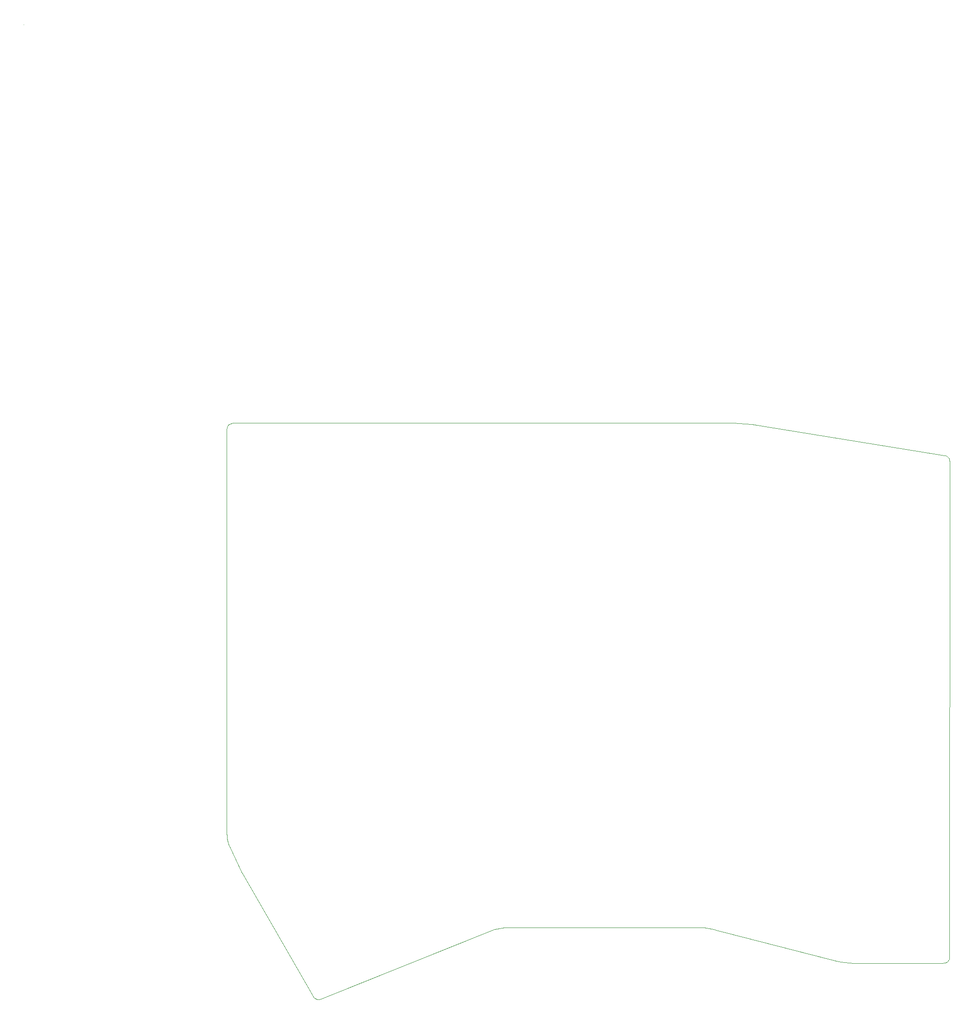
<source format=gm1>
G04 #@! TF.GenerationSoftware,KiCad,Pcbnew,(5.1.12-1-10_14)*
G04 #@! TF.CreationDate,2021-12-27T15:41:04+00:00*
G04 #@! TF.ProjectId,SofleKeyboard,536f666c-654b-4657-9962-6f6172642e6b,rev?*
G04 #@! TF.SameCoordinates,Original*
G04 #@! TF.FileFunction,Profile,NP*
%FSLAX46Y46*%
G04 Gerber Fmt 4.6, Leading zero omitted, Abs format (unit mm)*
G04 Created by KiCad (PCBNEW (5.1.12-1-10_14)) date 2021-12-27 15:41:04*
%MOMM*%
%LPD*%
G01*
G04 APERTURE LIST*
G04 #@! TA.AperFunction,Profile*
%ADD10C,0.100000*%
G04 #@! TD*
G04 APERTURE END LIST*
D10*
X204009451Y-139266400D02*
X181165009Y-133426480D01*
X224129600Y-139700000D02*
X223901000Y-139700000D01*
X224385191Y-139681504D02*
X224129600Y-139700000D01*
X225026621Y-43695600D02*
X225168321Y-43835582D01*
X89425853Y-37325405D02*
X184510807Y-37325485D01*
X88284057Y-115503472D02*
X88275257Y-115182495D01*
X88310437Y-115822758D02*
X88284057Y-115503472D01*
X186716531Y-37429255D02*
X187885731Y-37541870D01*
X225437700Y-138544300D02*
X225423881Y-138752566D01*
X88977436Y-37415945D02*
X89193680Y-37348815D01*
X88493317Y-116763407D02*
X88415227Y-116453429D01*
X187885731Y-37541870D02*
X188910421Y-37679776D01*
X105086149Y-146426280D02*
X104918207Y-146312320D01*
X138611230Y-133478101D02*
X138154128Y-133648551D01*
X89193680Y-37348815D02*
X89425853Y-37325405D01*
X138154128Y-133648551D02*
X106075202Y-146489480D01*
X106075202Y-146489480D02*
X105872976Y-146549780D01*
X88275257Y-115182495D02*
X88273857Y-38477435D01*
X225168321Y-43835582D02*
X225283881Y-43997807D01*
X224861871Y-43581466D02*
X225026621Y-43695600D01*
X88781752Y-37522160D02*
X88977436Y-37415945D01*
X105872976Y-146549780D02*
X105668308Y-146571980D01*
X185544381Y-37353325D02*
X186716531Y-37429255D01*
X105668308Y-146571980D02*
X105465848Y-146557680D01*
X105465848Y-146557680D02*
X105270246Y-146508580D01*
X105270246Y-146508580D02*
X105086149Y-146426280D01*
X223901000Y-139700000D02*
X207200500Y-139700000D01*
X139075140Y-133329881D02*
X138611230Y-133478101D01*
X91174935Y-122653408D02*
X91129785Y-122566908D01*
X224602601Y-139642904D02*
X224385191Y-139681504D01*
X225267481Y-139147435D02*
X225139571Y-139314255D01*
X177406300Y-132915912D02*
X141956108Y-132915912D01*
X141956108Y-132915912D02*
X141468402Y-132927502D01*
X225370281Y-44178672D02*
X225424381Y-44374571D01*
X88273857Y-38477435D02*
X88297257Y-38245261D01*
X188910421Y-37679776D02*
X224475441Y-43445146D01*
X140982629Y-132962302D02*
X140499606Y-133020102D01*
X88297257Y-38245261D02*
X88364377Y-38029014D01*
X104649386Y-145995930D02*
X91174935Y-122653408D01*
X225424381Y-44374571D02*
X225443181Y-44581902D01*
X224677111Y-43496776D02*
X224861871Y-43581466D01*
X141468402Y-132927502D02*
X140982629Y-132962302D01*
X225139571Y-139314255D02*
X224983591Y-139455185D01*
X140499606Y-133020102D02*
X140020141Y-133100702D01*
X139545048Y-133204021D02*
X139075140Y-133329881D01*
X225423881Y-138752566D02*
X225363481Y-138958835D01*
X177892978Y-132923912D02*
X177406300Y-132915912D01*
X181165009Y-133426480D02*
X180705689Y-133307240D01*
X225363481Y-138958835D02*
X225267481Y-139147435D01*
X88470590Y-37833327D02*
X88611259Y-37662831D01*
X88700100Y-117369113D02*
X88588327Y-117068869D01*
X224475441Y-43445146D02*
X224677111Y-43496776D01*
X225283881Y-43997807D02*
X225370281Y-44178672D01*
X180705689Y-133307240D02*
X180242991Y-133203712D01*
X180242991Y-133203712D02*
X179777319Y-133116012D01*
X224803331Y-139566104D02*
X224602601Y-139642904D01*
X179777319Y-133116012D02*
X179309078Y-133044112D01*
X88588327Y-117068869D02*
X88493317Y-116763407D01*
X88354217Y-116139644D02*
X88310437Y-115822758D01*
X184510807Y-37325485D02*
X185544381Y-37353325D01*
X179309078Y-133044112D02*
X178838670Y-132988112D01*
X225443181Y-44581902D02*
X225437700Y-138544300D01*
X178838670Y-132988112D02*
X178366503Y-132948012D01*
X140020141Y-133100702D02*
X139545048Y-133204021D01*
X224983591Y-139455185D02*
X224803331Y-139566104D01*
X88364377Y-38029014D02*
X88470590Y-37833327D01*
X178366503Y-132948012D02*
X177892978Y-132923912D01*
X104918207Y-146312320D02*
X104771070Y-146168330D01*
X104771070Y-146168330D02*
X104649386Y-145995930D01*
X88611259Y-37662831D02*
X88781752Y-37522160D01*
X88415227Y-116453429D02*
X88354217Y-116139644D01*
X88828479Y-117663430D02*
X88700100Y-117369113D01*
X207200500Y-139700000D02*
X206400120Y-139675200D01*
X206400120Y-139675200D02*
X205594911Y-139593100D01*
X205594911Y-139593100D02*
X204797100Y-139456700D01*
X91129785Y-122566908D02*
X88828479Y-117663430D01*
X204797100Y-139456700D02*
X204009451Y-139266400D01*
X49676679Y38227998D02*
X49676679Y38227998D01*
M02*

</source>
